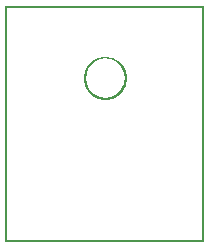
<source format=gm1>
G04*
G04 Format:               Gerber RS-274X*
G04 Export Settings:      (default)*
G04 Layer:                BoardOutline*
G04 This File Name:       wii_to_snesmultiout.gm1*
G04 Source File Name:     wii_to_snesmultiout.rrb*
G04 Unique ID:            a9f98a6f-7b16-41eb-b503-fa8c6335f000*
G04 Generated Date:       Tuesday, 10 July 2018 14:25:27*
G04*
G04 Created Using:        Robot Room Copper Connection v3.0.5875*
G04 Software Contact:     http://www.robotroom.com/CopperConnection/Support.aspx*
G04 License Number:       1880*
G04*
G04 Zero Suppression:     Leading*
G04 Number Precision:     2.4*
G04*
%FSLAX24Y24*%
%MOIN*%
%LNBoardEdge*%
%ADD10R,.006X.006*%
%ADD11R,.007X.007*%
D10*
G01X3220Y-1742D02*
X3186Y-1955D01*
X3088Y-2147D01*
X2936Y-2299D01*
X2744Y-2397D01*
X2531Y-2431D01*
X2318Y-2397D01*
X2126Y-2299D01*
X1973Y-2147D01*
X1876Y-1955D01*
X1842Y-1742D01*
X1876Y-1529D01*
X1973Y-1337D01*
X2126Y-1184D01*
X2318Y-1086D01*
X2531Y-1053D01*
X2744Y-1086D01*
X2936Y-1184D01*
X3088Y-1337D01*
X3186Y-1529D01*
X3220Y-1742D01*
D11*
X-779Y647D02*
X5790D01*
Y-7168D01*
X-779D01*
Y647D01*
M02*

</source>
